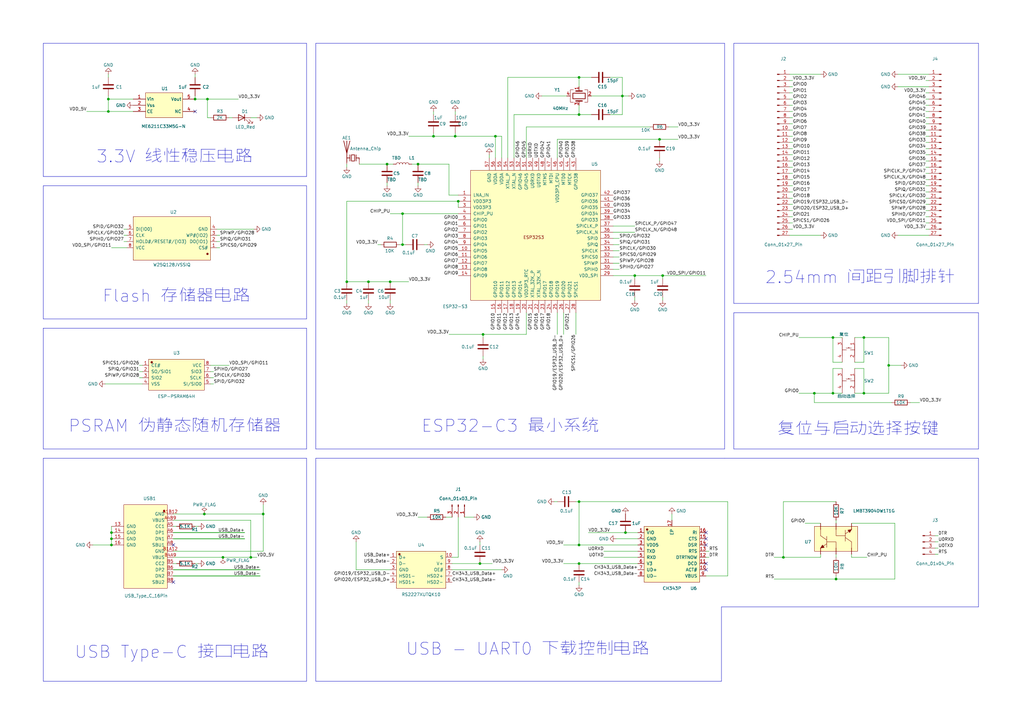
<source format=kicad_sch>
(kicad_sch (version 20230121) (generator eeschema)
  (paper "A3")
  (title_block (title "UINIO-MCU-ESP32S3") (date "2023-02-20") (rev "Version 1.0.0") (company "电子技术博客 UinIO.com"))
  (lib_symbols
    (symbol "Connector:Conn_01x03_Pin" (pin_names (offset 1.016) hide)
      (property "Reference" "J" (at 0 5.08 0))
      (property "Value" "Conn_01x03_Pin" (at 0 -5.08 0))
      (symbol "Conn_01x03_Pin_1_1"
        (pin passive line (at 5.08 2.54 180) (length 3.81) (name "Pin_1") (number "1"))
        (pin passive line (at 5.08 0 180) (length 3.81) (name "Pin_2") (number "2"))
        (pin passive line (at 5.08 -2.54 180) (length 3.81) (name "Pin_3") (number "3"))
      )
    )
    (symbol "Connector:Conn_01x04_Pin" (pin_names (offset 1.016) hide)
      (property "Reference" "J" (at 0 5.08 0))
      (property "Value" "Conn_01x04_Pin" (at 0 -7.62 0))
      (symbol "Conn_01x04_Pin_1_1"
        (pin passive line (at 5.08 2.54 180) (length 3.81) (name "Pin_1") (number "1"))
        (pin passive line (at 5.08 0 180) (length 3.81) (name "Pin_2") (number "2"))
        (pin passive line (at 5.08 -2.54 180) (length 3.81) (name "Pin_3") (number "3"))
        (pin passive line (at 5.08 -5.08 180) (length 3.81) (name "Pin_4") (number "4"))
      )
    )
    (symbol "Connector:Conn_01x27_Pin" (pin_names (offset 1.016) hide)
      (property "Reference" "J" (at 0 35.56 0))
      (property "Value" "Conn_01x27_Pin" (at 0 -35.56 0))
      (symbol "Conn_01x27_Pin_1_1"
        (pin passive line (at 5.08 33.02 180) (length 3.81) (name "Pin_1") (number "1"))
        (pin passive line (at 5.08 10.16 180) (length 3.81) (name "Pin_10") (number "10"))
        (pin passive line (at 5.08 7.62 180) (length 3.81) (name "Pin_11") (number "11"))
        (pin passive line (at 5.08 5.08 180) (length 3.81) (name "Pin_12") (number "12"))
        (pin passive line (at 5.08 2.54 180) (length 3.81) (name "Pin_13") (number "13"))
        (pin passive line (at 5.08 0 180) (length 3.81) (name "Pin_14") (number "14"))
        (pin passive line (at 5.08 -2.54 180) (length 3.81) (name "Pin_15") (number "15"))
        (pin passive line (at 5.08 -5.08 180) (length 3.81) (name "Pin_16") (number "16"))
        (pin passive line (at 5.08 -7.62 180) (length 3.81) (name "Pin_17") (number "17"))
        (pin passive line (at 5.08 -10.16 180) (length 3.81) (name "Pin_18") (number "18"))
        (pin passive line (at 5.08 -12.7 180) (length 3.81) (name "Pin_19") (number "19"))
        (pin passive line (at 5.08 30.48 180) (length 3.81) (name "Pin_2") (number "2"))
        (pin passive line (at 5.08 -15.24 180) (length 3.81) (name "Pin_20") (number "20"))
        (pin passive line (at 5.08 -17.78 180) (length 3.81) (name "Pin_21") (number "21"))
        (pin passive line (at 5.08 -20.32 180) (length 3.81) (name "Pin_22") (number "22"))
        (pin passive line (at 5.08 -22.86 180) (length 3.81) (name "Pin_23") (number "23"))
        (pin passive line (at 5.08 -25.4 180) (length 3.81) (name "Pin_24") (number "24"))
        (pin passive line (at 5.08 -27.94 180) (length 3.81) (name "Pin_25") (number "25"))
        (pin passive line (at 5.08 -30.48 180) (length 3.81) (name "Pin_26") (number "26"))
        (pin passive line (at 5.08 -33.02 180) (length 3.81) (name "Pin_27") (number "27"))
        (pin passive line (at 5.08 27.94 180) (length 3.81) (name "Pin_3") (number "3"))
        (pin passive line (at 5.08 25.4 180) (length 3.81) (name "Pin_4") (number "4"))
        (pin passive line (at 5.08 22.86 180) (length 3.81) (name "Pin_5") (number "5"))
        (pin passive line (at 5.08 20.32 180) (length 3.81) (name "Pin_6") (number "6"))
        (pin passive line (at 5.08 17.78 180) (length 3.81) (name "Pin_7") (number "7"))
        (pin passive line (at 5.08 15.24 180) (length 3.81) (name "Pin_8") (number "8"))
        (pin passive line (at 5.08 12.7 180) (length 3.81) (name "Pin_9") (number "9"))
      )
    )
    (symbol "Device:Antenna_Chip" (pin_numbers hide) (pin_names (offset 1.016) hide)
      (property "Reference" "AE" (at 0 5.08 0))
      (property "Value" "Antenna_Chip" (at 0 3.175 0))
      (symbol "Antenna_Chip_1_1"
        (pin input line (at -2.54 -2.54 90) (length 2.54) (name "FEED") (number "1"))
        (pin passive line (at 2.54 -2.54 90) (length 2.54) (name "PCB_Trace") (number "2"))
      )
    )
    (symbol "Device:C" (pin_numbers hide) (pin_names (offset 0.254))
      (property "Reference" "C" (at 0.635 2.54 0))
      (property "Value" "C" (at 0.635 -2.54 0))
      (symbol "C_1_1"
        (pin passive line (at 0 3.81 270) (length 2.794) (name "~") (number "1"))
        (pin passive line (at 0 -3.81 90) (length 2.794) (name "~") (number "2"))
      )
    )
    (symbol "Device:Crystal_GND24" (pin_names (offset 1.016) hide)
      (property "Reference" "Y" (at 3.175 5.08 0))
      (property "Value" "Crystal_GND24" (at 3.175 3.175 0))
      (symbol "Crystal_GND24_1_1"
        (pin passive line (at -3.81 0 0) (length 1.27) (name "1") (number "1"))
        (pin passive line (at 0 5.08 270) (length 1.27) (name "2") (number "2"))
        (pin passive line (at 3.81 0 180) (length 1.27) (name "3") (number "3"))
        (pin passive line (at 0 -5.08 90) (length 1.27) (name "4") (number "4"))
      )
    )
    (symbol "Device:L" (pin_numbers hide) (pin_names (offset 1.016) hide)
      (property "Reference" "L" (at -1.27 0 90))
      (property "Value" "L" (at 1.905 0 90))
      (symbol "L_1_1"
        (pin passive line (at 0 3.81 270) (length 1.27) (name "1") (number "1"))
        (pin passive line (at 0 -3.81 90) (length 1.27) (name "2") (number "2"))
      )
    )
    (symbol "Device:LED" (pin_numbers hide) (pin_names (offset 1.016) hide)
      (property "Reference" "D" (at 0 2.54 0))
      (property "Value" "LED" (at 0 -2.54 0))
      (symbol "LED_1_1"
        (pin passive line (at -3.81 0 0) (length 2.54) (name "K") (number "1"))
        (pin passive line (at 3.81 0 180) (length 2.54) (name "A") (number "2"))
      )
    )
    (symbol "Device:R" (pin_numbers hide) (pin_names (offset 0))
      (property "Reference" "R" (at 2.032 0 90))
      (property "Value" "R" (at 0 0 90))
      (symbol "R_1_1"
        (pin passive line (at 0 3.81 270) (length 1.27) (name "~") (number "1"))
        (pin passive line (at 0 -3.81 90) (length 1.27) (name "~") (number "2"))
      )
    )
    (symbol "Uinio:CH343P" (pin_names (offset 1.016))
      (property "Reference" "U" (at 0 16.9926 0))
      (property "Value" "CH343P" (at 0 19.05 0))
      (symbol "CH343P_1_1"
        (pin input line (at -13.97 8.89 0) (length 2.54) (name "VIO") (number "1"))
        (pin input line (at 13.97 -6.35 180) (length 2.54) (name "ACT#") (number "10"))
        (pin input line (at 13.97 -3.81 180) (length 2.54) (name "DCD") (number "11"))
        (pin input line (at 13.97 -1.27 180) (length 2.54) (name "DTRTNOW") (number "12"))
        (pin input line (at 13.97 1.27 180) (length 2.54) (name "RTS") (number "13"))
        (pin input line (at 13.97 3.81 180) (length 2.54) (name "DSR") (number "14"))
        (pin input line (at 13.97 6.35 180) (length 2.54) (name "CTS") (number "15"))
        (pin input line (at 13.97 8.89 180) (length 2.54) (name "RI") (number "16"))
        (pin input line (at 0 13.97 270) (length 2.54) (name "EP") (number "17"))
        (pin input line (at -13.97 6.35 0) (length 2.54) (name "GND") (number "2"))
        (pin input line (at -13.97 3.81 0) (length 2.54) (name "VDD5") (number "3"))
        (pin input line (at -13.97 1.27 0) (length 2.54) (name "TXD") (number "4"))
        (pin input line (at -13.97 -1.27 0) (length 2.54) (name "RXD") (number "5"))
        (pin input line (at -13.97 -3.81 0) (length 2.54) (name "V3") (number "6"))
        (pin input line (at -13.97 -6.35 0) (length 2.54) (name "UD+") (number "7"))
        (pin input line (at -13.97 -8.89 0) (length 2.54) (name "UD-") (number "8"))
        (pin input line (at 13.97 -8.89 180) (length 2.54) (name "VBUS") (number "9"))
      )
    )
    (symbol "Uinio:ESP-PSRAM64H" (pin_names (offset 1.016))
      (property "Reference" "U" (at -2.54 8.89 0))
      (property "Value" "ESP-PSRAM64H" (at -1.27 12.7 0))
      (symbol "ESP-PSRAM64H_1_1"
        (pin input line (at -16.51 3.81 0) (length 2.54) (name "CE#") (number "1"))
        (pin input line (at -16.51 1.27 0) (length 2.54) (name "SO/SIO1") (number "2"))
        (pin input line (at -16.51 -1.27 0) (length 2.54) (name "SIO2") (number "3"))
        (pin input line (at -16.51 -3.81 0) (length 2.54) (name "VSS") (number "4"))
        (pin input line (at 11.43 -3.81 180) (length 2.54) (name "SI/SIO0") (number "5"))
        (pin input line (at 11.43 -1.27 180) (length 2.54) (name "SCLK") (number "6"))
        (pin input line (at 11.43 1.27 180) (length 2.54) (name "SIO3") (number "7"))
        (pin input line (at 11.43 3.81 180) (length 2.54) (name "VCC") (number "8"))
      )
    )
    (symbol "Uinio:ESP32-S3" (pin_names (offset 1.016))
      (property "Reference" "U" (at -30.48 46.99 0))
      (property "Value" "ESP32-S3" (at -30.48 -35.56 0))
      (symbol "ESP32-S3_1_1"
        (text "ESP32S3" (at -34.3662 8.0518 0) (effects (font (size 1.27 1.27)) (justify left)))
        (pin input line (at -60.96 25.4 0) (length 5.08) (name "LNA_IN") (number "1"))
        (pin input line (at -60.96 2.54 0) (length 5.08) (name "GPIO5") (number "10"))
        (pin input line (at -60.96 0 0) (length 5.08) (name "GPIO6") (number "11"))
        (pin input line (at -60.96 -2.54 0) (length 5.08) (name "GPIO7") (number "12"))
        (pin input line (at -60.96 -5.08 0) (length 5.08) (name "GPIO8") (number "13"))
        (pin input line (at -60.96 -7.62 0) (length 5.08) (name "GPIO9") (number "14"))
        (pin input line (at -45.72 -22.86 90) (length 5.08) (name "GPIO10") (number "15"))
        (pin input line (at -43.18 -22.86 90) (length 5.08) (name "GPIO11") (number "16"))
        (pin input line (at -40.64 -22.86 90) (length 5.08) (name "GPIO12") (number "17"))
        (pin input line (at -38.1 -22.86 90) (length 5.08) (name "GPIO13") (number "18"))
        (pin input line (at -35.56 -22.86 90) (length 5.08) (name "GPIO14") (number "19"))
        (pin input line (at -60.96 22.86 0) (length 5.08) (name "VDD3P3") (number "2"))
        (pin input line (at -33.02 -22.86 90) (length 5.08) (name "VDD3P3_RTC") (number "20"))
        (pin input line (at -30.48 -22.86 90) (length 5.08) (name "XTAL_32K_P") (number "21"))
        (pin input line (at -27.94 -22.86 90) (length 5.08) (name "XTAL_32K_N") (number "22"))
        (pin input line (at -25.4 -22.86 90) (length 5.08) (name "GPIO17") (number "23"))
        (pin input line (at -22.86 -22.86 90) (length 5.08) (name "GPIO18") (number "24"))
        (pin input line (at -20.32 -22.86 90) (length 5.08) (name "GPIO19") (number "25"))
        (pin input line (at -17.78 -22.86 90) (length 5.08) (name "GPIO20") (number "26"))
        (pin input line (at -15.24 -22.86 90) (length 5.08) (name "GPIO21") (number "27"))
        (pin input line (at -12.7 -22.86 90) (length 5.08) (name "SPICS1") (number "28"))
        (pin input line (at 2.54 -7.62 180) (length 5.08) (name "VDD_SPI") (number "29"))
        (pin input line (at -60.96 20.32 0) (length 5.08) (name "VDD3P3") (number "3"))
        (pin input line (at 2.54 -5.08 180) (length 5.08) (name "SPIHD") (number "30"))
        (pin input line (at 2.54 -2.54 180) (length 5.08) (name "SPIWP") (number "31"))
        (pin input line (at 2.54 0 180) (length 5.08) (name "SPICS0") (number "32"))
        (pin input line (at 2.54 2.54 180) (length 5.08) (name "SPICLK") (number "33"))
        (pin input line (at 2.54 5.08 180) (length 5.08) (name "SPIQ") (number "34"))
        (pin input line (at 2.54 7.62 180) (length 5.08) (name "SPID") (number "35"))
        (pin input line (at 2.54 10.16 180) (length 5.08) (name "SPICLK_N") (number "36"))
        (pin input line (at 2.54 12.7 180) (length 5.08) (name "SPICLK_P") (number "37"))
        (pin input line (at 2.54 15.24 180) (length 5.08) (name "GPIO33") (number "38"))
        (pin input line (at 2.54 17.78 180) (length 5.08) (name "GPIO34") (number "39"))
        (pin input line (at -60.96 17.78 0) (length 5.08) (name "CHIP_PU") (number "4"))
        (pin input line (at 2.54 20.32 180) (length 5.08) (name "GPIO35") (number "40"))
        (pin input line (at 2.54 22.86 180) (length 5.08) (name "GPIO36") (number "41"))
        (pin input line (at 2.54 25.4 180) (length 5.08) (name "GPIO37") (number "42"))
        (pin input line (at -12.7 40.64 270) (length 5.08) (name "GPIO38") (number "43"))
        (pin input line (at -15.24 40.64 270) (length 5.08) (name "MTCK") (number "44"))
        (pin input line (at -17.78 40.64 270) (length 5.08) (name "MTD0") (number "45"))
        (pin input line (at -20.32 40.64 270) (length 5.08) (name "VDD3P3_CPU") (number "46"))
        (pin input line (at -22.86 40.64 270) (length 5.08) (name "MTDI") (number "47"))
        (pin input line (at -25.4 40.64 270) (length 5.08) (name "MTMS") (number "48"))
        (pin input line (at -27.94 40.64 270) (length 5.08) (name "U0TXD") (number "49"))
        (pin input line (at -60.96 15.24 0) (length 5.08) (name "GPIO0") (number "5"))
        (pin input line (at -30.48 40.64 270) (length 5.08) (name "U0RXD") (number "50"))
        (pin input line (at -33.02 40.64 270) (length 5.08) (name "GPIO45") (number "51"))
        (pin input line (at -35.56 40.64 270) (length 5.08) (name "GPIO46") (number "52"))
        (pin input line (at -38.1 40.64 270) (length 5.08) (name "XTAL_N") (number "53"))
        (pin input line (at -40.64 40.64 270) (length 5.08) (name "XTAL_P") (number "54"))
        (pin input line (at -43.18 40.64 270) (length 5.08) (name "VDDA") (number "55"))
        (pin input line (at -45.72 40.64 270) (length 5.08) (name "VDDA") (number "56"))
        (pin input line (at -48.26 40.64 270) (length 5.08) (name "GND") (number "57"))
        (pin input line (at -60.96 12.7 0) (length 5.08) (name "GPIO1") (number "6"))
        (pin input line (at -60.96 10.16 0) (length 5.08) (name "GPIO2") (number "7"))
        (pin input line (at -60.96 7.62 0) (length 5.08) (name "GPIO3") (number "8"))
        (pin input line (at -60.96 5.08 0) (length 5.08) (name "GPIO4") (number "9"))
      )
    )
    (symbol "Uinio:Key_YTS_A016S_1" (pin_names (offset 1.016) hide)
      (property "Reference" "SW" (at 0 7.6962 0))
      (property "Value" "Key_YTS_A016S_1" (at 0 12.7762 0))
      (symbol "Key_YTS_A016S_1_1_1"
        (pin input line (at -5.08 2.54 0) (length 5.08) (name "1") (number "1"))
        (pin input line (at 5.08 2.54 180) (length 5.08) (name "2") (number "2"))
        (pin input line (at -5.08 -2.54 0) (length 5.08) (name "3") (number "3"))
        (pin input line (at 5.08 -2.54 180) (length 5.08) (name "4") (number "4"))
      )
    )
    (symbol "Uinio:LMBT3904DW1T1G" (pin_numbers hide) (pin_names (offset 1.016) hide)
      (property "Reference" "U" (at 0 9.271 0))
      (property "Value" "LMBT3904DW1T1G" (at 0 12.7 0))
      (symbol "LMBT3904DW1T1G_1_1"
        (pin input line (at -6.35 -6.35 90) (length 2.54) (name "E") (number "1"))
        (pin input line (at 0 -6.35 90) (length 2.54) (name "B") (number "2"))
        (pin input line (at 6.35 -6.35 90) (length 2.54) (name "C") (number "3"))
        (pin input line (at 6.35 6.35 270) (length 2.54) (name "E") (number "4"))
        (pin input line (at 0 6.35 270) (length 2.54) (name "B") (number "5"))
        (pin input line (at -6.35 6.35 270) (length 2.54) (name "C") (number "6"))
      )
    )
    (symbol "Uinio:ME6211"
      (property "Reference" "V1" (at 5.08 2.54 0))
      (property "Value" "ME6211" (at 5.08 -10.16 0))
      (symbol "ME6211_1_0"
        (pin passive line (at 0 0 0) (length 5.08) (name "Vin") (number "1"))
        (pin passive line (at 0 -2.54 0) (length 5.08) (name "Vss") (number "2"))
        (pin passive line (at 0 -5.08 0) (length 5.08) (name "CE") (number "3"))
        (pin passive line (at 25.4 -5.08 180) (length 5.08) (name "NC") (number "4"))
        (pin passive line (at 25.4 0 180) (length 5.08) (name "Vout") (number "5"))
      )
    )
    (symbol "Uinio:RS2227XUTQK10" (pin_names (offset 1.016))
      (property "Reference" "U" (at 0 10.16 0))
      (property "Value" "RS2227XUTQK10" (at 0 15.24 0))
      (symbol "RS2227XUTQK10_1_1"
        (pin input line (at -12.7 5.08 0) (length 2.54) (name "D+") (number "1"))
        (pin input line (at 12.7 5.08 180) (length 2.54) (name "S") (number "10"))
        (pin input line (at -12.7 2.54 0) (length 2.54) (name "D-") (number "2"))
        (pin input line (at -12.7 0 0) (length 2.54) (name "GND") (number "3"))
        (pin input line (at -12.7 -2.54 0) (length 2.54) (name "HSD1-") (number "4"))
        (pin input line (at -12.7 -5.08 0) (length 2.54) (name "HSD1+") (number "5"))
        (pin input line (at 12.7 -5.08 180) (length 2.54) (name "HSD2-") (number "6"))
        (pin input line (at 12.7 -2.54 180) (length 2.54) (name "HSD2+") (number "7"))
        (pin input line (at 12.7 0 180) (length 2.54) (name "OE#") (number "8"))
        (pin input line (at 12.7 2.54 180) (length 2.54) (name "V+") (number "9"))
      )
    )
    (symbol "Uinio:USB_Type_C_16Pin" (pin_names (offset 1.016))
      (property "Reference" "USB" (at 0 19.05 0))
      (property "Value" "USB_Type_C_16Pin" (at 0 24.13 0))
      (symbol "USB_Type_C_16Pin_1_1"
        (pin input line (at 12.7 7.62 180) (length 5.08) (name "GND") (number "13"))
        (pin input line (at 12.7 5.08 180) (length 5.08) (name "GND") (number "14"))
        (pin input line (at 12.7 2.54 180) (length 5.08) (name "GND") (number "15"))
        (pin input line (at 12.7 0 180) (length 5.08) (name "GND") (number "16"))
        (pin input line (at -12.7 12.7 0) (length 2.54) (name "GND") (number "A1B12"))
        (pin input line (at -12.7 10.16 0) (length 2.54) (name "VBUS") (number "A4B9"))
        (pin input line (at -12.7 7.62 0) (length 2.54) (name "CC1") (number "A5"))
        (pin input line (at -12.7 5.08 0) (length 2.54) (name "DP1") (number "A6"))
        (pin input line (at -12.7 2.54 0) (length 2.54) (name "DN1") (number "A7"))
        (pin input line (at -12.7 0 0) (length 2.54) (name "SBU1") (number "A8"))
        (pin input line (at -12.7 -2.54 0) (length 2.54) (name "GND") (number "B1A12"))
        (pin input line (at -12.7 -5.08 0) (length 2.54) (name "VBUS") (number "B4A9"))
        (pin input line (at -12.7 -7.62 0) (length 2.54) (name "CC2") (number "B5"))
        (pin input line (at -12.7 -10.16 0) (length 2.54) (name "DP2") (number "B6"))
        (pin input line (at -12.7 -12.7 0) (length 2.54) (name "DN2") (number "B7"))
        (pin input line (at -12.7 -15.24 0) (length 2.54) (name "SBU2") (number "B8"))
      )
    )
    (symbol "Uinio:W25Q128JVSSIQ" (pin_names (offset 1.016))
      (property "Reference" "U" (at 3.81 11.43 0))
      (property "Value" "W25Q128JVSSIQ" (at 3.81 13.97 0))
      (symbol "W25Q128JVSSIQ_1_1"
        (pin input line (at -13.97 3.81 0) (length 2.54) (name "CS#") (number "1"))
        (pin input line (at -13.97 1.27 0) (length 2.54) (name "DO(IO1)") (number "2"))
        (pin input line (at -13.97 -1.27 0) (length 2.54) (name "WP#(IO2)") (number "3"))
        (pin input line (at -13.97 -3.81 0) (length 2.54) (name "GND") (number "4"))
        (pin input line (at 22.86 -3.81 180) (length 2.54) (name "DI(IO0)") (number "5"))
        (pin input line (at 22.86 -1.27 180) (length 2.54) (name "CLK") (number "6"))
        (pin input line (at 22.86 1.27 180) (length 2.54) (name "HOLD#/RESET#/(IO3)") (number "7"))
        (pin input line (at 22.86 3.81 180) (length 2.54) (name "VCC") (number "8"))
      )
    )
    (symbol "power:GND" (power) (pin_names (offset 0))
      (property "Value" "GND" (at 0 -3.81 0))
      (symbol "GND_1_1"
        (pin power_in line (at 0 0 270) (length 0) hide (name "GND") (number "1"))
      )
    )
    (symbol "power:PWR_FLAG" (power) (pin_numbers hide) (pin_names (offset 0) hide)
      (property "Value" "PWR_FLAG" (at 0 3.81 0))
      (symbol "PWR_FLAG_0_0"
        (pin power_out line (at 0 0 90) (length 0) (name "pwr") (number "1"))
      )
    )
  )
  (junction (at 91.44 228.6))
  (junction (at 83.82 210.82))
  (junction (at 271.78 113.03))
  (junction (at 165.1 87.63))
  (junction (at 237.49 205.74))
  (junction (at 237.49 46.99))
  (junction (at 321.31 228.6))
  (junction (at 44.45 45.72))
  (junction (at 151.13 115.57))
  (junction (at 342.9 237.49))
  (junction (at 85.09 40.64))
  (junction (at 364.49 149.86))
  (junction (at 142.24 115.57))
  (junction (at 45.72 223.52))
  (junction (at 186.69 55.88))
  (junction (at 354.33 161.29))
  (junction (at 102.87 228.6))
  (junction (at 341.63 138.43))
  (junction (at 237.49 231.14))
  (junction (at 187.96 82.55))
  (junction (at 45.72 220.98))
  (junction (at 107.95 210.82))
  (junction (at 354.33 138.43))
  (junction (at 160.02 115.57))
  (junction (at 45.72 218.44))
  (junction (at 198.12 137.16))
  (junction (at 177.8 55.88))
  (junction (at 80.01 40.64))
  (junction (at 341.63 161.29))
  (junction (at 196.85 231.14))
  (junction (at 165.1 100.33))
  (junction (at 237.49 223.52))
  (junction (at 270.51 57.15))
  (junction (at 237.49 31.75))
  (junction (at 255.27 39.37))
  (junction (at 44.45 40.64))
  (junction (at 256.54 218.44))
  (junction (at 260.35 113.03))
  (junction (at 171.45 67.31))
  (junction (at 158.75 67.31))
  (junction (at 203.2 55.88))
  (junction (at 334.01 161.29))
  (no_connect (at 289.56 220.98))
  (no_connect (at 289.56 231.14))
  (no_connect (at 289.56 223.52))
  (no_connect (at 289.56 233.68))
  (no_connect (at 71.12 223.52))
  (no_connect (at 80.01 45.72))
  (no_connect (at 71.12 238.76))
  (no_connect (at 289.56 218.44))
  (polyline (pts (xy 17.78 134.62) (xy 125.73 134.62)))
  (wire (pts (xy 85.09 40.64) (xy 85.09 48.26)))
  (wire (pts (xy 184.15 137.16) (xy 198.12 137.16)))
  (wire (pts (xy 334.01 161.29) (xy 341.63 161.29)))
  (wire (pts (xy 384.81 222.25) (xy 383.54 222.25)))
  (wire (pts (xy 71.12 220.98) (xy 100.33 220.98)) (stroke (width 0.254)))
  (wire (pts (xy 177.8 54.61) (xy 177.8 55.88)))
  (polyline (pts (xy 125.73 17.78) (xy 125.73 72.39)))
  (wire (pts (xy 341.63 151.13) (xy 341.63 161.29)))
  (wire (pts (xy 165.1 87.63) (xy 165.1 100.33)))
  (wire (pts (xy 102.87 228.6) (xy 105.41 228.6)))
  (wire (pts (xy 321.31 205.74) (xy 321.31 228.6)))
  (wire (pts (xy 379.73 38.1) (xy 381 38.1)))
  (wire (pts (xy 260.35 113.03) (xy 271.78 113.03)))
  (wire (pts (xy 237.49 223.52) (xy 261.62 223.52)))
  (wire (pts (xy 237.49 46.99) (xy 242.57 46.99)))
  (wire (pts (xy 334.01 165.1) (xy 365.76 165.1)))
  (wire (pts (xy 325.12 81.28) (xy 323.85 81.28)))
  (wire (pts (xy 158.75 74.93) (xy 158.75 76.2)))
  (wire (pts (xy 325.12 53.34) (xy 323.85 53.34)))
  (wire (pts (xy 325.12 63.5) (xy 323.85 63.5)))
  (wire (pts (xy 165.1 87.63) (xy 187.96 87.63)))
  (wire (pts (xy 379.73 83.82) (xy 381 83.82)))
  (wire (pts (xy 203.2 55.88) (xy 205.74 55.88)))
  (wire (pts (xy 384.81 227.33) (xy 383.54 227.33)))
  (wire (pts (xy 290.83 226.06) (xy 289.56 226.06)))
  (wire (pts (xy 336.55 96.52) (xy 323.85 96.52)))
  (wire (pts (xy 208.28 31.75) (xy 208.28 64.77)))
  (wire (pts (xy 185.42 231.14) (xy 196.85 231.14)))
  (wire (pts (xy 142.24 123.19) (xy 142.24 124.46)))
  (wire (pts (xy 231.14 128.27) (xy 231.14 137.16)))
  (polyline (pts (xy 125.73 76.2) (xy 125.73 130.81)))
  (wire (pts (xy 254 105.41) (xy 251.46 105.41)))
  (wire (pts (xy 325.12 48.26) (xy 323.85 48.26)))
  (polyline (pts (xy 125.73 184.15) (xy 17.78 184.15)))
  (wire (pts (xy 254 102.87) (xy 251.46 102.87)))
  (wire (pts (xy 185.42 228.6) (xy 187.96 228.6)))
  (wire (pts (xy 57.15 154.94) (xy 58.42 154.94)))
  (wire (pts (xy 290.83 228.6) (xy 289.56 228.6)))
  (wire (pts (xy 368.3 35.56) (xy 381 35.56)))
  (wire (pts (xy 252.73 220.98) (xy 261.62 220.98)))
  (wire (pts (xy 379.73 68.58) (xy 381 68.58)))
  (polyline (pts (xy 125.73 187.96) (xy 125.73 279.4)))
  (wire (pts (xy 377.19 165.1) (xy 373.38 165.1)))
  (wire (pts (xy 368.3 96.52) (xy 381 96.52)))
  (wire (pts (xy 342.9 237.49) (xy 367.03 237.49)))
  (wire (pts (xy 342.9 213.36) (xy 342.9 214.63)))
  (polyline (pts (xy 129.54 187.96) (xy 297.18 187.96)))
  (wire (pts (xy 210.82 64.77) (xy 210.82 46.99)))
  (wire (pts (xy 254 110.49) (xy 251.46 110.49)))
  (wire (pts (xy 341.63 148.59) (xy 345.44 148.59)))
  (wire (pts (xy 45.72 218.44) (xy 45.72 220.98)))
  (wire (pts (xy 177.8 46.99) (xy 177.8 45.72)))
  (wire (pts (xy 71.12 233.68) (xy 106.68 233.68)) (stroke (width 0.254)))
  (wire (pts (xy 91.44 228.6) (xy 102.87 228.6)))
  (wire (pts (xy 327.66 138.43) (xy 341.63 138.43)))
  (wire (pts (xy 71.12 210.82) (xy 83.82 210.82)))
  (polyline (pts (xy 17.78 17.78) (xy 125.73 17.78)))
  (wire (pts (xy 379.73 45.72) (xy 381 45.72)))
  (wire (pts (xy 80.01 40.64) (xy 85.09 40.64)))
  (wire (pts (xy 255.27 39.37) (xy 257.81 39.37)))
  (polyline (pts (xy 17.78 134.62) (xy 17.78 184.15)))
  (wire (pts (xy 247.65 228.6) (xy 261.62 228.6)))
  (wire (pts (xy 342.9 237.49) (xy 342.9 236.22)))
  (wire (pts (xy 336.55 30.48) (xy 323.85 30.48)))
  (polyline (pts (xy 125.73 134.62) (xy 125.73 184.15)))
  (wire (pts (xy 196.85 222.25) (xy 196.85 223.52)))
  (wire (pts (xy 198.12 138.43) (xy 198.12 137.16)))
  (wire (pts (xy 350.52 161.29) (xy 354.33 161.29)))
  (wire (pts (xy 350.52 151.13) (xy 354.33 151.13)))
  (wire (pts (xy 50.8 96.52) (xy 52.07 96.52)))
  (wire (pts (xy 87.63 154.94) (xy 86.36 154.94)))
  (wire (pts (xy 334.01 161.29) (xy 334.01 165.1)))
  (wire (pts (xy 349.25 228.6) (xy 349.25 227.33)))
  (wire (pts (xy 341.63 138.43) (xy 345.44 138.43)))
  (polyline (pts (xy 125.73 130.81) (xy 17.78 130.81)))
  (wire (pts (xy 255.27 39.37) (xy 255.27 46.99)))
  (wire (pts (xy 379.73 55.88) (xy 381 55.88)))
  (wire (pts (xy 186.69 54.61) (xy 186.69 55.88)))
  (wire (pts (xy 171.45 212.09) (xy 175.26 212.09)))
  (wire (pts (xy 325.12 55.88) (xy 323.85 55.88)))
  (wire (pts (xy 45.72 220.98) (xy 45.72 223.52)))
  (wire (pts (xy 236.22 137.16) (xy 236.22 128.27)))
  (wire (pts (xy 171.45 67.31) (xy 168.91 67.31)))
  (wire (pts (xy 215.9 64.77) (xy 215.9 52.07)))
  (wire (pts (xy 367.03 214.63) (xy 367.03 237.49)))
  (wire (pts (xy 146.05 222.25) (xy 146.05 233.68)))
  (wire (pts (xy 71.12 228.6) (xy 91.44 228.6)))
  (wire (pts (xy 107.95 226.06) (xy 71.12 226.06)))
  (wire (pts (xy 330.2 214.63) (xy 336.55 214.63)))
  (wire (pts (xy 198.12 146.05) (xy 198.12 147.32)))
  (wire (pts (xy 354.33 138.43) (xy 354.33 148.59)))
  (wire (pts (xy 102.87 213.36) (xy 71.12 213.36)))
  (wire (pts (xy 325.12 43.18) (xy 323.85 43.18)))
  (wire (pts (xy 325.12 60.96) (xy 323.85 60.96)))
  (wire (pts (xy 227.33 205.74) (xy 228.6 205.74)))
  (wire (pts (xy 237.49 31.75) (xy 242.57 31.75)))
  (wire (pts (xy 379.73 86.36) (xy 381 86.36)))
  (wire (pts (xy 341.63 138.43) (xy 341.63 148.59)))
  (wire (pts (xy 71.12 218.44) (xy 100.33 218.44)) (stroke (width 0.254)))
  (wire (pts (xy 354.33 148.59) (xy 350.52 148.59)))
  (wire (pts (xy 93.98 149.86) (xy 86.36 149.86)))
  (wire (pts (xy 379.73 73.66) (xy 381 73.66)))
  (wire (pts (xy 254 97.79) (xy 251.46 97.79)))
  (wire (pts (xy 260.35 114.3) (xy 260.35 113.03)))
  (wire (pts (xy 354.33 161.29) (xy 364.49 161.29)))
  (wire (pts (xy 379.73 60.96) (xy 381 60.96)))
  (wire (pts (xy 241.3 218.44) (xy 256.54 218.44)))
  (wire (pts (xy 50.8 93.98) (xy 52.07 93.98)))
  (wire (pts (xy 325.12 40.64) (xy 323.85 40.64)))
  (wire (pts (xy 379.73 71.12) (xy 381 71.12)))
  (wire (pts (xy 379.73 43.18) (xy 381 43.18)))
  (wire (pts (xy 368.3 30.48) (xy 381 30.48)))
  (wire (pts (xy 102.87 48.26) (xy 105.41 48.26)))
  (wire (pts (xy 154.94 100.33) (xy 156.21 100.33)))
  (polyline (pts (xy 300.99 17.78) (xy 300.99 124.46)))
  (wire (pts (xy 325.12 73.66) (xy 323.85 73.66)))
  (wire (pts (xy 200.66 63.5) (xy 200.66 64.77)))
  (wire (pts (xy 142.24 82.55) (xy 187.96 82.55)))
  (wire (pts (xy 228.6 57.15) (xy 270.51 57.15)))
  (wire (pts (xy 336.55 228.6) (xy 336.55 227.33)))
  (polyline (pts (xy 300.99 128.27) (xy 401.32 128.27)))
  (polyline (pts (xy 17.78 187.96) (xy 125.73 187.96)))
  (wire (pts (xy 102.87 213.36) (xy 102.87 228.6)))
  (wire (pts (xy 255.27 31.75) (xy 255.27 39.37)))
  (wire (pts (xy 325.12 86.36) (xy 323.85 86.36)))
  (wire (pts (xy 260.35 121.92) (xy 260.35 123.19)))
  (polyline (pts (xy 401.32 17.78) (xy 401.32 124.46)))
  (polyline (pts (xy 17.78 17.78) (xy 17.78 72.39)))
  (wire (pts (xy 321.31 228.6) (xy 336.55 228.6)))
  (wire (pts (xy 379.73 66.04) (xy 381 66.04)))
  (wire (pts (xy 298.45 205.74) (xy 298.45 236.22)))
  (wire (pts (xy 325.12 35.56) (xy 323.85 35.56)))
  (wire (pts (xy 83.82 210.82) (xy 107.95 210.82)))
  (wire (pts (xy 379.73 63.5) (xy 381 63.5)))
  (wire (pts (xy 236.22 205.74) (xy 237.49 205.74)))
  (wire (pts (xy 254 107.95) (xy 251.46 107.95)))
  (wire (pts (xy 260.35 92.71) (xy 251.46 92.71)))
  (wire (pts (xy 146.05 233.68) (xy 160.02 233.68)))
  (wire (pts (xy 325.12 50.8) (xy 323.85 50.8)))
  (wire (pts (xy 182.88 212.09) (xy 185.42 212.09)))
  (wire (pts (xy 271.78 113.03) (xy 289.56 113.03)))
  (polyline (pts (xy 297.18 17.78) (xy 297.18 184.15)))
  (wire (pts (xy 325.12 58.42) (xy 323.85 58.42)))
  (polyline (pts (xy 125.73 279.4) (xy 17.78 279.4)))
  (wire (pts (xy 198.12 137.16) (xy 215.9 137.16)))
  (wire (pts (xy 341.63 151.13) (xy 345.44 151.13)))
  (wire (pts (xy 274.32 52.07) (xy 278.13 52.07)))
  (wire (pts (xy 147.32 67.31) (xy 158.75 67.31)))
  (wire (pts (xy 383.54 219.71) (xy 384.81 219.71)))
  (wire (pts (xy 151.13 115.57) (xy 160.02 115.57)))
  (wire (pts (xy 167.64 55.88) (xy 177.8 55.88)))
  (wire (pts (xy 167.64 115.57) (xy 160.02 115.57)))
  (wire (pts (xy 187.96 82.55) (xy 187.96 85.09)))
  (polyline (pts (xy 401.32 248.92) (xy 295.91 248.92)))
  (wire (pts (xy 80.01 231.14) (xy 81.28 231.14)))
  (wire (pts (xy 379.73 93.98) (xy 381 93.98)))
  (polyline (pts (xy 295.91 248.92) (xy 295.91 279.4)))
  (wire (pts (xy 50.8 99.06) (xy 52.07 99.06)))
  (polyline (pts (xy 17.78 76.2) (xy 17.78 130.81)))
  (wire (pts (xy 325.12 71.12) (xy 323.85 71.12)))
  (wire (pts (xy 369.57 149.86) (xy 364.49 149.86)))
  (wire (pts (xy 90.17 101.6) (xy 88.9 101.6)))
  (polyline (pts (xy 300.99 128.27) (xy 300.99 184.15)))
  (wire (pts (xy 247.65 226.06) (xy 261.62 226.06)))
  (wire (pts (xy 379.73 40.64) (xy 381 40.64)))
  (wire (pts (xy 80.01 215.9) (xy 81.28 215.9)))
  (wire (pts (xy 270.51 57.15) (xy 278.13 57.15)))
  (wire (pts (xy 228.6 128.27) (xy 228.6 137.16)))
  (wire (pts (xy 379.73 76.2) (xy 381 76.2)))
  (wire (pts (xy 237.49 240.03) (xy 237.49 238.76)))
  (wire (pts (xy 107.95 210.82) (xy 107.95 226.06)))
  (wire (pts (xy 232.41 39.37) (xy 222.25 39.37)))
  (wire (pts (xy 255.27 46.99) (xy 250.19 46.99)))
  (wire (pts (xy 90.17 96.52) (xy 88.9 96.52)))
  (wire (pts (xy 35.56 45.72) (xy 44.45 45.72)))
  (wire (pts (xy 379.73 58.42) (xy 381 58.42)))
  (wire (pts (xy 87.63 152.4) (xy 86.36 152.4)))
  (wire (pts (xy 86.36 48.26) (xy 85.09 48.26)))
  (wire (pts (xy 237.49 205.74) (xy 298.45 205.74)))
  (wire (pts (xy 80.01 30.48) (xy 80.01 31.75)))
  (wire (pts (xy 260.35 95.25) (xy 251.46 95.25)))
  (wire (pts (xy 349.25 214.63) (xy 367.03 214.63)))
  (wire (pts (xy 325.12 78.74) (xy 323.85 78.74)))
  (wire (pts (xy 325.12 83.82) (xy 323.85 83.82)))
  (wire (pts (xy 194.31 212.09) (xy 190.5 212.09)))
  (wire (pts (xy 325.12 76.2) (xy 323.85 76.2)))
  (polyline (pts (xy 129.54 17.78) (xy 129.54 184.15)))
  (polyline (pts (xy 129.54 279.4) (xy 295.91 279.4)))
  (wire (pts (xy 349.25 228.6) (xy 355.6 228.6)))
  (wire (pts (xy 185.42 233.68) (xy 205.74 233.68)))
  (wire (pts (xy 325.12 33.02) (xy 323.85 33.02)))
  (wire (pts (xy 317.5 228.6) (xy 321.31 228.6)))
  (wire (pts (xy 173.99 100.33) (xy 175.26 100.33)))
  (wire (pts (xy 95.25 48.26) (xy 93.98 48.26)))
  (wire (pts (xy 161.29 67.31) (xy 158.75 67.31)))
  (wire (pts (xy 364.49 149.86) (xy 364.49 161.29)))
  (wire (pts (xy 325.12 91.44) (xy 323.85 91.44)))
  (wire (pts (xy 342.9 227.33) (xy 342.9 228.6)))
  (polyline (pts (xy 401.32 187.96) (xy 401.32 248.92)))
  (polyline (pts (xy 297.18 184.15) (xy 129.54 184.15)))
  (wire (pts (xy 251.46 113.03) (xy 260.35 113.03)))
  (polyline (pts (xy 297.18 187.96) (xy 401.32 187.96)))
  (wire (pts (xy 379.73 81.28) (xy 381 81.28)))
  (wire (pts (xy 71.12 215.9) (xy 72.39 215.9)))
  (wire (pts (xy 271.78 121.92) (xy 271.78 123.19)))
  (wire (pts (xy 44.45 40.64) (xy 54.61 40.64)))
  (wire (pts (xy 142.24 115.57) (xy 151.13 115.57)))
  (wire (pts (xy 379.73 33.02) (xy 381 33.02)))
  (wire (pts (xy 237.49 205.74) (xy 237.49 223.52)))
  (wire (pts (xy 72.39 231.14) (xy 71.12 231.14)))
  (wire (pts (xy 205.74 64.77) (xy 205.74 55.88)))
  (wire (pts (xy 57.15 152.4) (xy 58.42 152.4)))
  (wire (pts (xy 325.12 38.1) (xy 323.85 38.1)))
  (polyline (pts (xy 401.32 184.15) (xy 300.99 184.15)))
  (wire (pts (xy 325.12 66.04) (xy 323.85 66.04)))
  (wire (pts (xy 364.49 138.43) (xy 364.49 149.86)))
  (polyline (pts (xy 17.78 187.96) (xy 17.78 279.4)))
  (wire (pts (xy 327.66 161.29) (xy 334.01 161.29)))
  (wire (pts (xy 151.13 123.19) (xy 151.13 124.46)))
  (polyline (pts (xy 125.73 72.39) (xy 17.78 72.39)))
  (polyline (pts (xy 129.54 17.78) (xy 297.18 17.78)))
  (wire (pts (xy 379.73 88.9) (xy 381 88.9)))
  (wire (pts (xy 57.15 149.86) (xy 58.42 149.86)))
  (wire (pts (xy 187.96 212.09) (xy 187.96 228.6)))
  (wire (pts (xy 379.73 78.74) (xy 381 78.74)))
  (wire (pts (xy 90.17 99.06) (xy 88.9 99.06)))
  (wire (pts (xy 58.42 157.48) (xy 43.18 157.48)))
  (wire (pts (xy 379.73 53.34) (xy 381 53.34)))
  (polyline (pts (xy 401.32 128.27) (xy 401.32 184.15)))
  (wire (pts (xy 270.51 64.77) (xy 270.51 66.04)))
  (wire (pts (xy 186.69 55.88) (xy 203.2 55.88)))
  (wire (pts (xy 256.54 218.44) (xy 261.62 218.44)))
  (wire (pts (xy 379.73 91.44) (xy 381 91.44)))
  (wire (pts (xy 45.72 215.9) (xy 45.72 218.44)))
  (wire (pts (xy 228.6 57.15) (xy 228.6 64.77)))
  (wire (pts (xy 85.09 40.64) (xy 97.79 40.64)))
  (wire (pts (xy 142.24 67.31) (xy 142.24 68.58)))
  (wire (pts (xy 45.72 101.6) (xy 52.07 101.6)))
  (wire (pts (xy 160.02 87.63) (xy 165.1 87.63)))
  (wire (pts (xy 171.45 74.93) (xy 171.45 76.2)))
  (wire (pts (xy 242.57 39.37) (xy 255.27 39.37)))
  (wire (pts (xy 379.73 48.26) (xy 381 48.26)))
  (wire (pts (xy 44.45 30.48) (xy 44.45 31.75)))
  (wire (pts (xy 215.9 52.07) (xy 266.7 52.07)))
  (polyline (pts (xy 129.54 187.96) (xy 129.54 279.4)))
  (wire (pts (xy 325.12 45.72) (xy 323.85 45.72)))
  (wire (pts (xy 325.12 93.98) (xy 323.85 93.98)))
  (wire (pts (xy 44.45 39.37) (xy 44.45 40.64)))
  (wire (pts (xy 210.82 46.99) (xy 237.49 46.99)))
  (wire (pts (xy 271.78 113.03) (xy 271.78 114.3)))
  (wire (pts (xy 44.45 40.64) (xy 44.45 45.72)))
  (wire (pts (xy 184.15 80.01) (xy 187.96 80.01)))
  (wire (pts (xy 325.12 68.58) (xy 323.85 68.58)))
  (wire (pts (xy 275.59 213.36) (xy 275.59 210.82)))
  (wire (pts (xy 237.49 31.75) (xy 237.49 35.56)))
  (polyline (pts (xy 17.78 134.62) (xy 17.78 134.62)))
  (wire (pts (xy 237.49 231.14) (xy 261.62 231.14)))
  (wire (pts (xy 354.33 138.43) (xy 364.49 138.43)))
  (wire (pts (xy 208.28 31.75) (xy 237.49 31.75)))
  (wire (pts (xy 231.14 231.14) (xy 237.49 231.14)))
  (wire (pts (xy 80.01 39.37) (xy 80.01 40.64)))
  (wire (pts (xy 342.9 205.74) (xy 321.31 205.74)))
  (wire (pts (xy 160.02 123.19) (xy 160.02 124.46)))
  (wire (pts (xy 44.45 45.72) (xy 54.61 45.72)))
  (wire (pts (xy 254 100.33) (xy 251.46 100.33)))
  (wire (pts (xy 341.63 161.29) (xy 345.44 161.29)))
  (wire (pts (xy 165.1 100.33) (xy 166.37 100.33)))
  (wire (pts (xy 184.15 67.31) (xy 184.15 80.01)))
  (wire (pts (xy 255.27 31.75) (xy 250.19 31.75)))
  (wire (pts (xy 107.95 207.01) (xy 107.95 210.82)))
  (wire (pts (xy 325.12 88.9) (xy 323.85 88.9)))
  (polyline (pts (xy 300.99 124.46) (xy 401.32 124.46)))
  (wire (pts (xy 354.33 151.13) (xy 354.33 161.29)))
  (wire (pts (xy 317.5 237.49) (xy 342.9 237.49)))
  (wire (pts (xy 87.63 157.48) (xy 86.36 157.48)))
  (wire (pts (xy 379.73 50.8) (xy 381 50.8)))
  (wire (pts (xy 171.45 67.31) (xy 184.15 67.31)))
  (wire (pts (xy 196.85 231.14) (xy 201.93 231.14)))
  (wire (pts (xy 231.14 223.52) (xy 237.49 223.52)))
  (wire (pts (xy 350.52 138.43) (xy 354.33 138.43)))
  (wire (pts (xy 289.56 236.22) (xy 298.45 236.22)))
  (polyline (pts (xy 17.78 76.2) (xy 125.73 76.2)))
  (wire (pts (xy 163.83 100.33) (xy 165.1 100.33)))
  (wire (pts (xy 88.9 93.98) (xy 104.14 93.98)))
  (wire (pts (xy 384.81 224.79) (xy 383.54 224.79)))
  (wire (pts (xy 215.9 128.27) (xy 215.9 137.16)))
  (polyline (pts (xy 401.32 17.78) (xy 300.99 17.78)))
  (wire (pts (xy 71.12 236.22) (xy 106.68 236.22)) (stroke (width 0.254)))
  (wire (pts (xy 203.2 64.77) (xy 203.2 55.88)))
  (wire (pts (xy 45.72 223.52) (xy 38.1 223.52)))
  (wire (pts (xy 237.49 43.18) (xy 237.49 46.99)))
  (wire (pts (xy 177.8 55.88) (xy 186.69 55.88)))
  (wire (pts (xy 142.24 82.55) (xy 142.24 115.57)))
  (wire (pts (xy 186.69 46.99) (xy 186.69 45.72)))
  (text "ESP32-C3 最小系统" (at 172.72 177.8 0) (effects (font (size 5 5)) (justify left bottom)))
  (text "3.3V 线性稳压电路" (at 39.37 67.31 0) (effects (font (size 5 5)) (justify left bottom)))
  (text "USB - UART0 下载控制电路\n" (at 166.37 269.24 0) (effects (font (size 5 5)) (justify left bottom)))
  (text "Flash 存储器电路" (at 41.91 124.46 0) (effects (font (size 5 5)) (justify left bottom)))
  (text "PSRAM 伪静态随机存储器" (at 27.94 177.8 0) (effects (font (size 5 5)) (justify left bottom)))
  (text "USB Type-C 接口电路" (at 30.48 270.51 0) (effects (font (size 5 5)) (justify left bottom)))
  (text "2.54mm 间距引脚排针\n" (at 313.69 116.84 0) (effects (font (size 5 5)) (justify left bottom)))
  (text "复位与启动选择按键" (at 318.77 179.07 0) (effects (font (size 5 5)) (justify left bottom)))
  (label "GPIO15" (at 325.12 73.66 0))
  (label "GPIO0" (at 327.66 161.29 180))
  (label "VDD_3.3V" (at 97.79 40.64 0))
  (label "GPIO9" (at 325.12 58.42 0))
  (label "GPIO5" (at 325.12 48.26 0))
  (label "SPIWP{slash}GPIO28" (at 379.73 86.36 180))
  (label "GPIO17" (at 325.12 78.74 0))
  (label "GPIO40" (at 379.73 50.8 180))
  (label "U0RXD" (at 384.81 222.25 0))
  (label "GPIO20{slash}ESP32_USB_D+" (at 325.12 86.36 0))
  (label "SPICLK_P{slash}GPIO47" (at 379.73 71.12 180))
  (label "GPIO9" (at 187.96 113.03 180))
  (label "USB_Data+" (at 160.02 228.6 180))
  (label "GPIO20{slash}ESP32_USB_D+" (at 160.02 238.76 180))
  (label "CH343_USB_Data-" (at 261.62 236.22 180))
  (label "VDD_3.3V" (at 379.73 38.1 180))
  (label "GPIO17" (at 223.52 128.27 270))
  (label "GPIO20{slash}ESP32_USB_D+" (at 231.14 137.16 270))
  (label "CHIP_PU" (at 327.66 138.43 180))
  (label "SPIHD{slash}GPIO27" (at 379.73 88.9 180))
  (label "SPIHD{slash}GPIO27" (at 87.63 152.4 0))
  (label "GPIO35" (at 379.73 63.5 180))
  (label "U0TXD" (at 384.81 224.79 0))
  (label "VDD_3.3V" (at 241.3 218.44 0))
  (label "VDD_SPI{slash}GPIO11" (at 93.98 149.86 0))
  (label "VDD_3.3V" (at 377.19 165.1 0))
  (label "VDD_SPI{slash}GPIO11" (at 379.73 91.44 180))
  (label "GPIO36" (at 251.46 82.55 0))
  (label "GPIO2" (at 325.12 40.64 0))
  (label "GPIO21" (at 325.12 88.9 0))
  (label "GPIO5" (at 187.96 102.87 180))
  (label "GPIO41" (at 379.73 48.26 180))
  (label "VDD_5V" (at 379.73 33.02 180))
  (label "U0RXD" (at 247.65 226.06 180))
  (label "GPIO40" (at 231.14 64.77 90))
  (label "GPIO1" (at 187.96 92.71 180))
  (label "GPIO37" (at 251.46 80.01 0))
  (label "GPIO4" (at 187.96 100.33 180))
  (label "VDD_3.3V" (at 231.14 231.14 180))
  (label "GPIO7" (at 187.96 107.95 180))
  (label "GPIO1" (at 325.12 38.1 0))
  (label "USB_Data-" (at 100.33 220.98 180))
  (label "SPID{slash}GPIO32" (at 50.8 93.98 180))
  (label "RTS" (at 290.83 226.06 0))
  (label "GPIO36" (at 379.73 66.04 180))
  (label "SPIQ{slash}GPIO31" (at 379.73 78.74 180))
  (label "GPIO3" (at 187.96 97.79 180))
  (label "GPIO42" (at 379.73 45.72 180))
  (label "RTS" (at 384.81 227.33 0))
  (label "GPIO7" (at 325.12 53.34 0))
  (label "USB_Data-" (at 160.02 231.14 180))
  (label "GPIO13" (at 210.82 128.27 270))
  (label "GPIO13" (at 325.12 68.58 0))
  (label "VDD_3.3V" (at 379.73 93.98 180))
  (label "GPIO12" (at 325.12 66.04 0))
  (label "USB_Data-" (at 106.68 236.22 180))
  (label "SPICS0{slash}GPIO29" (at 379.73 83.82 180))
  (label "USB_Data+" (at 100.33 218.44 180))
  (label "VDD_3.3V" (at 325.12 93.98 0))
  (label "GPIO6" (at 187.96 105.41 180))
  (label "SPIWP{slash}GPIO28" (at 254 107.95 0))
  (label "VDD_3.3V" (at 154.94 100.33 180))
  (label "VDD_3.3V" (at 278.13 57.15 0))
  (label "VDD_5V" (at 35.56 45.72 180))
  (label "GPIO12" (at 208.28 128.27 270))
  (label "GPIO34" (at 379.73 60.96 180))
  (label "GPIO8" (at 325.12 55.88 0))
  (label "VDD_3.3V" (at 167.64 115.57 0))
  (label "CH343_USB_Data+" (at 261.62 233.68 180))
  (label "DTR" (at 290.83 228.6 0))
  (label "VDD_3.3V" (at 278.13 52.07 0))
  (label "SPIQ{slash}GPIO31" (at 57.15 152.4 180))
  (label "VDD_3.3V" (at 171.45 212.09 180))
  (label "U0RXD" (at 218.44 64.77 90))
  (label "SPIWP{slash}GPIO28" (at 90.17 96.52 0))
  (label "GPIO18" (at 226.06 128.27 270))
  (label "GPIO39" (at 233.68 64.77 90))
  (label "SPICS0{slash}GPIO29" (at 90.17 101.6 0))
  (label "SPID{slash}GPIO32" (at 254 97.79 0))
  (label "GPIO41" (at 226.06 64.77 90))
  (label "VDD_SPI{slash}GPIO11" (at 45.72 101.6 180))
  (label "GPIO38" (at 236.22 64.77 90))
  (label "GPIO38" (at 379.73 55.88 180))
  (label "SPID{slash}GPIO32" (at 379.73 76.2 180))
  (label "VDD_5V" (at 105.41 228.6 0))
  (label "GPIO19{slash}ESP32_USB_D-" (at 228.6 137.16 270))
  (label "GPIO0" (at 325.12 35.56 0))
  (label "VDD_3.3V" (at 201.93 231.14 0))
  (label "GPIO35" (at 251.46 85.09 0))
  (label "VDD_5V" (at 231.14 223.52 180))
  (label "VDD_3.3V" (at 325.12 33.02 0))
  (label "SPIHD{slash}GPIO27" (at 50.8 99.06 180))
  (label "GPIO15" (at 218.44 128.27 270))
  (label "GPIO46" (at 213.36 64.77 90))
  (label "GPIO33" (at 251.46 90.17 0))
  (label "GPIO16" (at 220.98 128.27 270))
  (label "SPIQ{slash}GPIO31" (at 254 100.33 0))
  (label "RTS" (at 317.5 237.49 180))
  (label "U0TXD" (at 247.65 228.6 180))
  (label "SPICLK{slash}GPIO30" (at 87.63 154.94 0))
  (label "GPIO19{slash}ESP32_USB_D-" (at 160.02 236.22 180))
  (label "GPIO19{slash}ESP32_USB_D-" (at 325.12 83.82 0))
  (label "DTR" (at 384.81 219.71 0))
  (label "GPIO8" (at 187.96 110.49 180))
  (label "SPIHD{slash}GPIO27" (at 254 110.49 0))
  (label "GPIO14" (at 213.36 128.27 270))
  (label "SPICLK{slash}GPIO30" (at 379.73 81.28 180))
  (label "CH343_USB_Data-" (at 185.42 238.76 0))
  (label "GPIO46" (at 379.73 40.64 180))
  (label "GPIO18" (at 325.12 81.28 0))
  (label "GPIO10" (at 203.2 128.27 270))
  (label "U0TXD" (at 220.98 64.77 90))
  (label "SPICLK{slash}GPIO30" (at 254 102.87 0))
  (label "SPIQ{slash}GPIO31" (at 90.17 99.06 0))
  (label "SPICS1{slash}GPIO26" (at 325.12 91.44 0))
  (label "CHIP_PU" (at 355.6 228.6 0))
  (label "GPIO11" (at 325.12 63.5 0))
  (label "GPIO0" (at 330.2 214.63 180))
  (label "GPIO4" (at 325.12 45.72 0))
  (label "SPIWP{slash}GPIO28" (at 57.15 154.94 180))
  (label "VDD_3.3V" (at 167.64 55.88 180))
  (label "CH343_USB_Data+" (at 185.42 236.22 0))
  (label "SPICLK_N{slash}GPIO48" (at 379.73 73.66 180))
  (label "GPIO34" (at 251.46 87.63 0))
  (label "SPICLK_P{slash}GPIO47" (at 260.35 92.71 0))
  (label "GPIO6" (at 325.12 50.8 0))
  (label "SPICS0{slash}GPIO29" (at 254 105.41 0))
  (label "SPICS1{slash}GPIO26" (at 57.15 149.86 180))
  (label "GPIO10" (at 325.12 60.96 0))
  (label "GPIO45" (at 215.9 64.77 90))
  (label "CHIP_PU" (at 160.02 87.63 180))
  (label "GPIO11" (at 205.74 128.27 270))
  (label "GPIO33" (at 379.73 58.42 180))
  (label "SPICLK{slash}GPIO30" (at 50.8 96.52 180))
  (label "GPIO21" (at 233.68 128.27 270))
  (label "GPIO16" (at 325.12 76.2 0))
  (label "GPIO45" (at 379.73 43.18 180))
  (label "SPICLK_N{slash}GPIO48" (at 260.35 95.25 0))
  (label "GPIO39" (at 379.73 53.34 180))
  (label "GPIO14" (at 325.12 71.12 0))
  (label "DTR" (at 317.5 228.6 180))
  (label "GPIO0" (at 187.96 90.17 180))
  (label "GPIO3" (at 325.12 43.18 0))
  (label "VDD_SPI{slash}GPIO11" (at 289.56 113.03 180))
  (label "VDD_3.3V" (at 184.15 137.16 180))
  (label "SPICS1{slash}GPIO26" (at 236.22 137.16 270))
  (label "GPIO2" (at 187.96 95.25 180))
  (label "GPIO37" (at 379.73 68.58 180))
  (label "SPID{slash}GPIO32" (at 87.63 157.48 0))
  (label "USB_Data+" (at 106.68 233.68 180))
  (label "GPIO42" (at 223.52 64.77 90))
  (symbol (lib_id "Device:C") (at 177.8 50.8 180) (unit 1)
    (property "Reference" "C9" (at 182.88 50.8 0) (effects (justify left)))
    (property "Value" "1uF" (at 181.61 48.26 0) (effects (justify left)))
    (property "Footprint" "Capacitor_SMD:C_0402_1005Metric" (effects hide))
  )
  (symbol (lib_id "power:GND") (at 104.14 93.98 90) (unit 1)
    (property "Reference" "#PWR08" (effects hide))
    (property "Value" "GND" (at 109.22 93.98 90))
  )
  (symbol (lib_id "power:GND") (at 171.45 76.2 0) (unit 1)
    (property "Reference" "#PWR017" (effects hide))
    (property "Value" "GND" (at 171.45 80.01 0))
  )
  (symbol (lib_id "power:GND") (at 142.24 68.58 0) (unit 1)
    (property "Reference" "#PWR011" (effects hide))
    (property "Value" "GND" (at 142.24 72.39 0))
  )
  (symbol (lib_id "Device:C") (at 44.45 35.56 0) (unit 1)
    (property "Reference" "C1" (at 47.498 35.687 0) (effects (justify left)))
    (property "Value" "1uF" (at 37.592 35.687 0) (effects (justify left)))
    (property "Footprint" "Capacitor_SMD:C_0402_1005Metric" (effects hide))
  )
  (symbol (lib_id "Device:C") (at 246.38 46.99 270) (unit 1)
    (property "Reference" "C16" (at 245.11 43.18 90) (effects (justify left)))
    (property "Value" "15pF" (at 248.92 45.72 90) (effects (justify left)))
    (property "Footprint" "Capacitor_SMD:C_0402_1005Metric" (effects hide))
  )
  (symbol (lib_id "power:GND") (at 38.1 223.52 270) (unit 1)
    (property "Reference" "#PWR01" (effects hide))
    (property "Value" "GND" (at 33.02 223.52 90))
  )
  (symbol (lib_id "power:GND") (at 227.33 205.74 270) (unit 1)
    (property "Reference" "#PWR027" (effects hide))
    (property "Value" "GND" (at 222.25 205.74 90))
  )
  (symbol (lib_id "Device:Antenna_Chip") (at 144.78 64.77 0) (mirror y) (unit 1)
    (property "Reference" "AE1" (at 140.335 56.515 0) (effects (justify right)))
    (property "Value" "Antenna_Chip" (at 143.51 60.96 0) (effects (justify right)))
    (property "Footprint" "RF_Antenna:Texas_SWRA117D_2.4GHz_Right" (effects hide))
  )
  (symbol (lib_id "Device:C") (at 160.02 119.38 0) (mirror y) (unit 1)
    (property "Reference" "C6" (at 157.48 119.38 0) (effects (justify left)))
    (property "Value" "10uF" (at 160.02 121.92 0) (effects (justify left)))
    (property "Footprint" "Capacitor_SMD:C_0402_1005Metric" (effects hide))
  )
  (symbol (lib_id "power:GND") (at 256.54 210.82 180) (unit 1)
    (property "Reference" "#PWR030" (effects hide))
    (property "Value" "GND" (at 252.73 209.55 0))
  )
  (symbol (lib_id "Device:R") (at 76.2 231.14 90) (unit 1)
    (property "Reference" "R2" (at 81.28 232.41 90) (effects (justify left)))
    (property "Value" "5.1K" (at 78.105 231.14 90) (effects (justify left)))
    (property "Footprint" "Resistor_SMD:R_0402_1005Metric" (effects hide))
  )
  (symbol (lib_id "power:PWR_FLAG") (at 83.82 210.82 0) (mirror y) (unit 1)
    (property "Reference" "#FLG01" (effects hide))
    (property "Value" "PWR_FLAG" (at 83.82 207.01 0))
  )
  (symbol (lib_id "Device:C") (at 186.69 50.8 180) (unit 1)
    (property "Reference" "C10" (at 191.77 50.8 0) (effects (justify left)))
    (property "Value" "10nF" (at 191.77 48.26 0) (effects (justify left)))
    (property "Footprint" "Capacitor_SMD:C_0402_1005Metric" (effects hide))
  )
  (symbol (lib_id "Uinio:W25Q128JVSSIQ") (at 74.93 97.79 180) (unit 1)
    (property "Reference" "U2" (at 71.12 86.995 0))
    (property "Value" "W25Q128JVSSIQ" (at 70.485 108.585 0))
    (property "Footprint" "Uinio:SOIC-8_L5.3-W5.3-P1.27-LS8.0-BL" (effects hide))
    (property "SuppliersPartNumber" "C9900009643" (effects hide))
    (property "uuid" "std:fefd45d986a442c3ac86341ea5a718a1" (effects hide))
  )
  (symbol (lib_id "power:GND") (at 151.13 124.46 0) (mirror y) (unit 1)
    (property "Reference" "#PWR014" (effects hide))
    (property "Value" "GND" (at 151.13 128.27 0))
  )
  (symbol (lib_id "Device:C") (at 270.51 60.96 0) (unit 1)
    (property "Reference" "C19" (at 273.05 60.96 0) (effects (justify left)))
    (property "Value" "0.1uF" (at 261.62 60.96 0) (effects (justify left)))
    (property "Footprint" "Capacitor_SMD:C_0402_1005Metric" (effects hide))
  )
  (symbol (lib_id "Device:C") (at 158.75 71.12 0) (unit 1)
    (property "Reference" "C5" (at 161.29 71.12 0) (effects (justify left)))
    (property "Value" "TBD" (at 158.75 73.66 0) (effects (justify left)))
    (property "Footprint" "Capacitor_SMD:C_0402_1005Metric" (effects hide))
  )
  (symbol (lib_id "power:GND") (at 368.3 96.52 270) (mirror x) (unit 1)
    (property "Reference" "#PWR040" (effects hide))
    (property "Value" "GND" (at 363.22 96.52 90))
  )
  (symbol (lib_id "power:GND") (at 222.25 39.37 270) (unit 1)
    (property "Reference" "#PWR026" (effects hide))
    (property "Value" "GND" (at 217.17 39.37 90))
  )
  (symbol (lib_id "power:GND") (at 368.3 35.56 270) (mirror x) (unit 1)
    (property "Reference" "#PWR039" (effects hide))
    (property "Value" "GND" (at 363.22 35.56 90))
  )
  (symbol (lib_id "Device:C") (at 260.35 118.11 0) (unit 1)
    (property "Reference" "C18" (at 256.54 120.65 0) (effects (justify left)))
    (property "Value" "0.1uF" (at 254 115.57 0) (effects (justify left)))
    (property "Footprint" "Capacitor_SMD:C_0402_1005Metric" (effects hide))
  )
  (symbol (lib_id "power:GND") (at 369.57 149.86 90) (unit 1)
    (property "Reference" "#PWR041" (effects hide))
    (property "Value" "GND" (at 374.65 149.86 90))
  )
  (symbol (lib_id "power:GND") (at 336.55 30.48 90) (unit 1)
    (property "Reference" "#PWR036" (effects hide))
    (property "Value" "GND" (at 341.63 30.48 90))
  )
  (symbol (lib_id "power:GND") (at 237.49 240.03 0) (unit 1)
    (property "Reference" "#PWR028" (effects hide))
    (property "Value" "GND" (at 237.49 243.84 0))
  )
  (symbol (lib_id "Device:C") (at 80.01 35.56 0) (unit 1)
    (property "Reference" "C2" (at 83.058 35.687 0) (effects (justify left)))
    (property "Value" "1uF" (at 73.152 35.687 0) (effects (justify left)))
    (property "Footprint" "Capacitor_SMD:C_0402_1005Metric" (effects hide))
  )
  (symbol (lib_id "Device:Crystal_GND24") (at 237.49 39.37 270) (unit 1)
    (property "Reference" "Y1" (at 228.6 36.83 90))
    (property "Value" "40MHz" (at 229.87 44.45 90))
    (property "Footprint" "Crystal:Crystal_SMD_3225-4Pin_3.2x2.5mm" (effects hide))
  )
  (symbol (lib_id "power:GND") (at 194.31 212.09 90) (unit 1)
    (property "Reference" "#PWR021" (effects hide))
    (property "Value" "GND" (at 199.39 212.09 90))
  )
  (symbol (lib_id "power:GND") (at 260.35 123.19 0) (unit 1)
    (property "Reference" "#PWR032" (effects hide))
    (property "Value" "GND" (at 260.35 127 0))
  )
  (symbol (lib_id "Device:LED") (at 99.06 48.26 0) (mirror y) (unit 1)
    (property "Reference" "D1" (at 99.06 45.72 0) (effects (justify right)))
    (property "Value" "LED_Red" (at 96.52 52.07 0) (effects (justify right)))
    (property "Footprint" "LED_SMD:LED_0603_1608Metric" (effects hide))
  )
  (symbol (lib_id "Device:R") (at 160.02 100.33 90) (unit 1)
    (property "Reference" "R4" (at 161.29 97.79 90) (effects (justify left)))
    (property "Value" "10K" (at 161.798 102.87 90) (effects (justify left)))
    (property "Footprint" "Resistor_SMD:R_0402_1005Metric" (effects hide))
  )
  (symbol (lib_id "Connector:Conn_01x04_Pin") (at 378.46 222.25 0) (unit 1)
    (property "Reference" "J3" (at 383.54 213.36 0))
    (property "Value" "Conn_01x04_Pin" (at 383.54 231.14 0))
    (property "Footprint" "Connector_PinHeader_2.54mm:PinHeader_1x04_P2.54mm_Vertical" (effects hide))
  )
  (symbol (lib_id "Device:R") (at 342.9 232.41 0) (unit 1)
    (property "Reference" "R8" (at 345.44 233.68 90) (effects (justify left)))
    (property "Value" "10K" (at 342.9 234.315 90) (effects (justify left)))
    (property "Footprint" "Resistor_SMD:R_0402_1005Metric" (effects hide))
  )
  (symbol (lib_id "Uinio:ESP-PSRAM64H") (at 74.93 153.67 0) (unit 1)
    (property "Reference" "U3" (at 72.39 144.78 0))
    (property "Value" "ESP-PSRAM64H" (at 72.39 162.56 0))
    (property "Footprint" "Uinio:SOP-8_L4.9-W3.9-P1.27-LS6.0-BL" (effects hide))
    (property "SuppliersPartNumber" "C2763896" (effects hide))
    (property "uuid" "std:a50c9f84a3a94191b150bc792c5b2ad0" (effects hide))
  )
  (symbol (lib_id "power:GND") (at 275.59 210.82 180) (unit 1)
    (property "Reference" "#PWR035" (effects hide))
    (property "Value" "GND" (at 279.4 209.55 0))
  )
  (symbol (lib_id "Device:C") (at 196.85 227.33 0) (unit 1)
    (property "Reference" "C11" (at 199.39 224.79 0))
    (property "Value" "0.1uF" (at 193.04 224.79 0))
    (property "Footprint" "Capacitor_SMD:C_0402_1005Metric" (effects hide))
  )
  (symbol (lib_id "Device:C") (at 198.12 142.24 0) (unit 1)
    (property "Reference" "C12" (at 200.66 142.24 0) (effects (justify left)))
    (property "Value" "0.1uF" (at 189.23 142.24 0) (effects (justify left)))
    (property "Footprint" "Capacitor_SMD:C_0402_1005Metric" (effects hide))
  )
  (symbol (lib_id "power:GND") (at 142.24 124.46 0) (mirror y) (unit 1)
    (property "Reference" "#PWR012" (effects hide))
    (property "Value" "GND" (at 142.24 128.27 0))
  )
  (symbol (lib_id "Uinio:ME6211") (at 54.61 40.64 0) (unit 1)
    (property "Reference" "U1" (at 67.564 36.322 0))
    (property "Value" "ME6211C33M5G-N" (at 67.056 51.816 0))
    (property "Footprint" "Uinio:SOT-23-5_L3.0-W1.7-P0.95-LS2.8-BR" (effects hide))
    (property "BOM名称" "低功耗LDO" (effects hide))
  )
  (symbol (lib_id "power:GND") (at 81.28 215.9 90) (unit 1)
    (property "Reference" "#PWR06" (effects hide))
    (property "Value" "GND" (at 86.36 215.9 90))
  )
  (symbol (lib_id "power:GND") (at 160.02 124.46 0) (mirror y) (unit 1)
    (property "Reference" "#PWR016" (effects hide))
    (property "Value" "GND" (at 160.02 128.27 0))
  )
  (symbol (lib_id "power:GND") (at 105.41 48.26 90) (unit 1)
    (property "Reference" "#PWR09" (effects hide))
    (property "Value" "GND" (at 110.49 48.26 90))
  )
  (symbol (lib_id "Device:C") (at 246.38 31.75 270) (unit 1)
    (property "Reference" "C15" (at 245.11 35.56 90) (effects (justify left)))
    (property "Value" "15pF" (at 248.92 33.02 90) (effects (justify left)))
    (property "Footprint" "Capacitor_SMD:C_0402_1005Metric" (effects hide))
  )
  (symbol (lib_id "Device:C") (at 271.78 118.11 0) (unit 1)
    (property "Reference" "C20" (at 267.97 120.65 0) (effects (justify left)))
    (property "Value" "1uF" (at 266.7 115.57 0) (effects (justify left)))
    (property "Footprint" "Capacitor_SMD:C_0402_1005Metric" (effects hide))
  )
  (symbol (lib_id "Uinio:ESP32-S3") (at 248.92 105.41 0) (unit 1)
    (property "Reference" "U5" (at 243.84 67.31 0))
    (property "Value" "ESP32-S3" (at 186.69 125.73 0))
    (property "Footprint" "Uinio:ESP32-S3" (effects hide))
    (property "uuid" "std:6d5722b535b3483ab52c8654a78a8219" (effects hide))
  )
  (symbol (lib_id "Device:C") (at 171.45 71.12 0) (unit 1)
    (property "Reference" "C8" (at 173.99 71.12 0) (effects (justify left)))
    (property "Value" "TBD" (at 171.45 73.66 0) (effects (justify left)))
    (property "Footprint" "Capacitor_SMD:C_0402_1005Metric" (effects hide))
  )
  (symbol (lib_id "power:GND") (at 81.28 231.14 90) (unit 1)
    (property "Reference" "#PWR07" (effects hide))
    (property "Value" "GND" (at 86.36 231.14 90))
  )
  (symbol (lib_id "Device:R") (at 90.17 48.26 270) (unit 1)
    (property "Reference" "R3" (at 90.17 45.72 90))
    (property "Value" "2K" (at 90.17 48.26 90))
    (property "Footprint" "Resistor_SMD:R_0402_1005Metric" (effects hide))
  )
  (symbol (lib_id "power:GND") (at 177.8 45.72 180) (unit 1)
    (property "Reference" "#PWR019" (effects hide))
    (property "Value" "GND" (at 177.8 41.91 0))
  )
  (symbol (lib_id "Device:R") (at 342.9 209.55 0) (unit 1)
    (property "Reference" "R7" (at 345.44 210.82 90) (effects (justify left)))
    (property "Value" "10K" (at 342.9 211.455 90) (effects (justify left)))
    (property "Footprint" "Resistor_SMD:R_0402_1005Metric" (effects hide))
  )
  (symbol (lib_id "Device:C") (at 237.49 234.95 180) (unit 1)
    (property "Reference" "C14" (at 240.03 237.49 0))
    (property "Value" "0.1uF" (at 233.68 237.49 0))
    (property "Footprint" "Capacitor_SMD:C_0402_1005Metric" (effects hide))
  )
  (symbol (lib_id "power:GND") (at 252.73 220.98 270) (unit 1)
    (property "Reference" "#PWR029" (effects hide))
    (property "Value" "GND" (at 247.65 220.98 90))
  )
  (symbol (lib_id "Device:C") (at 256.54 214.63 180) (unit 1)
    (property "Reference" "C17" (at 251.46 214.63 0))
    (property "Value" "1uF" (at 260.985 214.63 0))
    (property "Footprint" "Capacitor_SMD:C_0402_1005Metric" (effects hide))
  )
  (symbol (lib_id "Device:L") (at 165.1 67.31 90) (unit 1)
    (property "Reference" "L1" (at 168.91 64.77 90))
    (property "Value" "TBD" (at 162.56 64.77 90))
    (property "Footprint" "Inductor_SMD:L_0402_1005Metric" (effects hide))
  )
  (symbol (lib_id "power:GND") (at 43.18 157.48 270) (unit 1)
    (property "Reference" "#PWR02" (effects hide))
    (property "Value" "GND" (at 38.1 157.48 90))
  )
  (symbol (lib_id "power:GND") (at 198.12 147.32 0) (unit 1)
    (property "Reference" "#PWR023" (effects hide))
    (property "Value" "GND" (at 198.12 151.13 0))
  )
  (symbol (lib_id "power:GND") (at 270.51 66.04 0) (unit 1)
    (property "Reference" "#PWR033" (effects hide))
    (property "Value" "GND" (at 270.51 69.85 0))
  )
  (symbol (lib_id "power:GND") (at 54.61 43.18 270) (unit 1)
    (property "Reference" "#PWR04" (effects hide))
    (property "Value" "GND" (at 49.53 43.18 90))
  )
  (symbol (lib_id "Uinio:Key_YTS_A016S_1") (at 347.98 156.21 270) (unit 1)
    (property "Reference" "SW2" (at 354.33 156.21 90) (effects (justify left)))
    (property "Value" "启动选择" (at 343.281 162.56 90) (effects (justify left)))
    (property "Footprint" "Uinio:KEY-SMD_4P-L4.2-W3.4-P2.15-LS4.7" (effects hide))
    (property "SuppliersPartNumber" "C2910676" (effects hide))
    (property "uuid" "std:78dd57beb35d4dda9340821b45cb0336" (effects hide))
  )
  (symbol (lib_id "power:GND") (at 107.95 207.01 180) (unit 1)
    (property "Reference" "#PWR010" (effects hide))
    (property "Value" "GND" (at 107.95 203.2 0))
  )
  (symbol (lib_id "power:GND") (at 196.85 222.25 180) (unit 1)
    (property "Reference" "#PWR022" (effects hide))
    (property "Value" "GND" (at 196.85 218.44 0))
  )
  (symbol (lib_id "power:GND") (at 146.05 222.25 180) (unit 1)
    (property "Reference" "#PWR013" (effects hide))
    (property "Value" "GND" (at 146.05 218.44 0))
  )
  (symbol (lib_id "power:GND") (at 368.3 30.48 270) (mirror x) (unit 1)
    (property "Reference" "#PWR038" (effects hide))
    (property "Value" "GND" (at 363.22 30.48 90))
  )
  (symbol (lib_id "power:GND") (at 80.01 30.48 180) (unit 1)
    (property "Reference" "#PWR05" (effects hide))
    (property "Value" "GND" (at 80.01 26.67 0))
  )
  (symbol (lib_id "power:GND") (at 44.45 30.48 180) (unit 1)
    (property "Reference" "#PWR03" (effects hide))
    (property "Value" "GND" (at 44.45 26.67 0))
  )
  (symbol (lib_id "Device:C") (at 232.41 205.74 90) (unit 1)
    (property "Reference" "C13" (at 232.41 201.93 90))
    (property "Value" "0.1uF" (at 232.41 209.55 90))
    (property "Footprint" "Capacitor_SMD:C_0402_1005Metric" (effects hide))
  )
  (symbol (lib_id "Uinio:USB_Type_C_16Pin") (at 58.42 223.52 0) (mirror y) (unit 1)
    (property "Reference" "USB1" (at 61.341 204.47 0))
    (property "Value" "USB_Type_C_16Pin" (at 59.944 244.348 0))
    (property "Footprint" "Uinio:USB-C-SMD_TYPEC-304J-BCP16" (effects hide))
    (property "SuppliersPartNumber" "C2835315" (effects hide))
    (property "uuid" "std:a4a246a50f944769b2896c50f579360f" (effects hide))
  )
  (symbol (lib_id "Connector:Conn_01x27_Pin") (at 386.08 63.5 0) (mirror y) (unit 1)
    (property "Reference" "J4" (at 383.54 24.13 0))
    (property "Value" "Conn_01x27_Pin" (at 383.54 100.33 0))
    (property "Footprint" "Connector_PinHeader_2.54mm:PinHeader_1x27_P2.54mm_Vertical" (effects hide))
  )
  (symbol (lib_id "power:GND") (at 336.55 96.52 90) (unit 1)
    (property "Reference" "#PWR037" (effects hide))
    (property "Value" "GND" (at 341.63 96.52 90))
  )
  (symbol (lib_id "Device:R") (at 270.51 52.07 270) (unit 1)
    (property "Reference" "R6" (at 269.24 52.07 90) (effects (justify left)))
    (property "Value" "10K" (at 262.89 53.34 90) (effects (justify left)))
    (property "Footprint" "Resistor_SMD:R_0402_1005Metric" (effects hide))
  )
  (symbol (lib_id "Device:R") (at 179.07 212.09 270) (unit 1)
    (property "Reference" "R5" (at 177.8 209.55 90) (effects (justify left)))
    (property "Value" "10K" (at 177.165 212.09 90) (effects (justify left)))
    (property "Footprint" "Resistor_SMD:R_0402_1005Metric" (effects hide))
  )
  (symbol (lib_id "Uinio:Key_YTS_A016S_1") (at 347.98 143.51 270) (unit 1)
    (property "Reference" "SW1" (at 354.33 144.78 90) (effects (justify left)))
    (property "Value" "复位" (at 344.17 137.16 90) (effects (justify left)))
    (property "Footprint" "Uinio:KEY-SMD_4P-L4.2-W3.4-P2.15-LS4.7" (effects hide))
    (property "SuppliersPartNumber" "C2910676" (effects hide))
    (property "uuid" "std:78dd57beb35d4dda9340821b45cb0336" (effects hide))
  )
  (symbol (lib_id "power:GND") (at 257.81 39.37 90) (unit 1)
    (property "Reference" "#PWR031" (effects hide))
    (property "Value" "GND" (at 262.89 39.37 90))
  )
  (symbol (lib_id "Connector:Conn_01x27_Pin") (at 318.77 63.5 0) (unit 1)
    (property "Reference" "J2" (at 321.31 24.13 0))
    (property "Value" "Conn_01x27_Pin" (at 321.31 100.33 0))
    (property "Footprint" "Connector_PinHeader_2.54mm:PinHeader_1x27_P2.54mm_Vertical" (effects hide))
  )
  (symbol (lib_id "Uinio:RS2227XUTQK10") (at 172.72 233.68 0) (unit 1)
    (property "Reference" "U4" (at 172.72 223.52 0))
    (property "Value" "RS2227XUTQK10" (at 172.72 243.84 0))
    (property "Footprint" "Uinio:WQFN-10_L1.8-W1.4-P0.40-BL" (effects hide))
    (property "Datasheet" "http://www.szlcsc.com/product/details_837744.html" (effects hide))
    (property "SuppliersPartNumber" "C783419" (effects hide))
    (property "uuid" "std:d846302deaeb4b4e81e8548839f99479" (effects hide))
  )
  (symbol (lib_id "power:GND") (at 271.78 123.19 0) (unit 1)
    (property "Reference" "#PWR034" (effects hide))
    (property "Value" "GND" (at 271.78 127 0))
  )
  (symbol (lib_id "power:GND") (at 200.66 63.5 180) (unit 1)
    (property "Reference" "#PWR024" (effects hide))
    (property "Value" "GND" (at 200.66 59.69 0))
  )
  (symbol (lib_id "Device:R") (at 76.2 215.9 90) (unit 1)
    (property "Reference" "R1" (at 81.28 217.17 90) (effects (justify left)))
    (property "Value" "5.1K" (at 78.105 215.9 90) (effects (justify left)))
    (property "Footprint" "Resistor_SMD:R_0402_1005Metric" (effects hide))
  )
  (symbol (lib_id "Device:C") (at 151.13 119.38 0) (mirror y) (unit 1)
    (property "Reference" "C4" (at 148.59 119.38 0) (effects (justify left)))
    (property "Value" "1uF" (at 151.13 121.92 0) (effects (justify left)))
    (property "Footprint" "Capacitor_SMD:C_0402_1005Metric" (effects hide))
  )
  (symbol (lib_id "power:GND") (at 205.74 233.68 90) (unit 1)
    (property "Reference" "#PWR025" (effects hide))
    (property "Value" "GND" (at 208.28 236.22 90))
  )
  (symbol (lib_id "Uinio:CH343P") (at 275.59 227.33 0) (unit 1)
    (property "Reference" "U6" (at 284.48 241.3 0))
    (property "Value" "CH343P" (at 275.59 241.3 0))
    (property "Footprint" "Uinio:TQFN-16_L3.0-W3.0-P0.50-BL-EP1.7" (effects hide))
    (property "SuppliersPartNumber" "C2846043" (effects hide))
    (property "uuid" "std:7d19d6f006684f60afb0c218c16ed1d9" (effects hide))
  )
  (symbol (lib_id "Uinio:LMBT3904DW1T1G") (at 342.9 220.98 180) (unit 1)
    (property "Reference" "U7" (at 332.74 222.2501 0) (effects (justify left)))
    (property "Value" "LMBT3904DW1T1G" (at 367.03 209.55 0) (effects (justify left)))
    (property "Footprint" "Uinio:SOT-363_L2.0-W1.3-P0.65-LS2.1-TL" (effects hide))
    (property "Datasheet" "http://www.szlcsc.com/product/details_143077.html" (effects hide))
    (property "SuppliersPartNumber" "C131781" (effects hide))
    (property "uuid" "std:a5e8408b10a946fe91833ad178aaf38c" (effects hide))
  )
  (symbol (lib_id "Device:C") (at 142.24 119.38 0) (mirror y) (unit 1)
    (property "Reference" "C3" (at 139.7 119.38 0) (effects (justify left)))
    (property "Value" "0.1uF" (at 142.24 121.92 0) (effects (justify left)))
    (property "Footprint" "Capacitor_SMD:C_0402_1005Metric" (effects hide))
  )
  (symbol (lib_id "power:GND") (at 186.69 45.72 180) (unit 1)
    (property "Reference" "#PWR020" (effects hide))
    (property "Value" "GND" (at 186.69 41.91 0))
  )
  (symbol (lib_id "power:PWR_FLAG") (at 91.44 228.6 0) (mirror x) (unit 1)
    (property "Reference" "#FLG02" (effects hide))
    (property "Value" "PWR_FLAG" (at 97.536 229.87 0))
  )
  (symbol (lib_id "Device:R") (at 369.57 165.1 90) (mirror x) (unit 1)
    (property "Reference" "R9" (at 370.84 162.56 90) (effects (justify left)))
    (property "Value" "10K" (at 371.475 165.1 90) (effects (justify left)))
    (property "Footprint" "Resistor_SMD:R_0402_1005Metric" (effects hide))
  )
  (symbol (lib_id "power:GND") (at 158.75 76.2 0) (unit 1)
    (property "Reference" "#PWR015" (effects hide))
    (property "Value" "GND" (at 158.75 80.01 0))
  )
  (symbol (lib_id "power:GND") (at 175.26 100.33 90) (unit 1)
    (property "Reference" "#PWR018" (effects hide))
    (property "Value" "GND" (at 176.53 102.87 90))
  )
  (symbol (lib_id "Device:C") (at 170.18 100.33 90) (unit 1)
    (property "Reference" "C7" (at 171.45 96.774 90) (effects (justify left)))
    (property "Value" "0.1uF" (at 170.434 103.632 90) (effects (justify left)))
    (property "Footprint" "Capacitor_SMD:C_0402_1005Metric" (effects hide))
  )
  (symbol (lib_id "Connector:Conn_01x03_Pin") (at 187.96 207.01 270) (unit 1)
    (property "Reference" "J1" (at 187.96 200.66 90))
    (property "Value" "Conn_01x03_Pin" (at 187.96 204.47 90))
    (property "Footprint" "Connector_PinHeader_2.54mm:PinHeader_1x03_P2.54mm_Vertical" (effects hide))
  )
)
</source>
